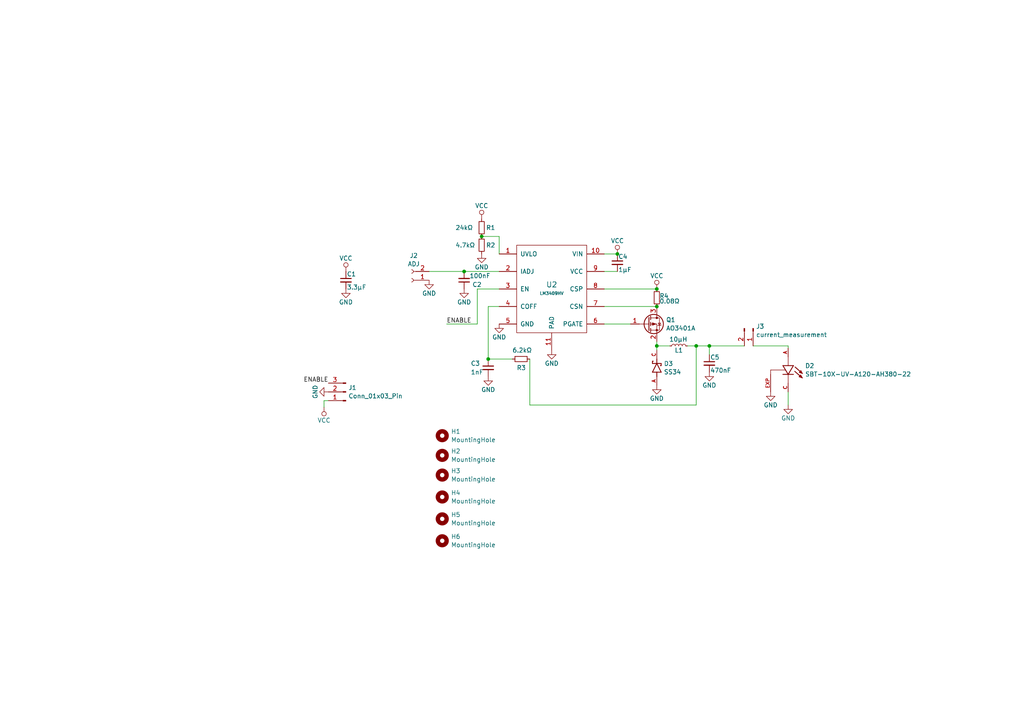
<source format=kicad_sch>
(kicad_sch (version 20230121) (generator eeschema)
  (paper "A4")
  (lib_symbols
    (symbol "Connector:Conn_01x02_Pin" (pin_names (offset 1.016) hide)
      (property "Reference" "J" (at 0 2.54 0))
      (property "Value" "Conn_01x02_Pin" (at 0 -5.08 0))
      (symbol "Conn_01x02_Pin_1_1"
        (polyline (pts (xy 1.27 -2.54) (xy 0.8636 -2.54)) (stroke (width 0.1524)))
        (polyline (pts (xy 1.27 0) (xy 0.8636 0)) (stroke (width 0.1524)))
        (rectangle (start 0.8636 -2.413) (end 0 -2.667) (stroke (width 0.1524)) (fill (type outline)))
        (rectangle (start 0.8636 0.127) (end 0 -0.127) (stroke (width 0.1524)) (fill (type outline)))
        (pin passive line (at 5.08 0 180) (length 3.81) (name "Pin_1") (number "1"))
        (pin passive line (at 5.08 -2.54 180) (length 3.81) (name "Pin_2") (number "2"))
      )
    )
    (symbol "Connector:Conn_01x02_Socket" (pin_names (offset 1.016) hide)
      (property "Reference" "J" (at 0 2.54 0))
      (property "Value" "Conn_01x02_Socket" (at 0 -5.08 0))
      (symbol "Conn_01x02_Socket_1_1"
        (arc (start 0 -2.032) (mid -0.5058 -2.54) (end 0 -3.048) (stroke (width 0.1524)))
        (polyline (pts (xy -1.27 -2.54) (xy -0.508 -2.54)) (stroke (width 0.1524)))
        (polyline (pts (xy -1.27 0) (xy -0.508 0)) (stroke (width 0.1524)))
        (arc (start 0 0.508) (mid -0.5058 0) (end 0 -0.508) (stroke (width 0.1524)))
        (pin passive line (at -5.08 0 0) (length 3.81) (name "Pin_1") (number "1"))
        (pin passive line (at -5.08 -2.54 0) (length 3.81) (name "Pin_2") (number "2"))
      )
    )
    (symbol "Connector:Conn_01x03_Pin" (pin_names (offset 1.016) hide)
      (property "Reference" "J" (at 0 5.08 0))
      (property "Value" "Conn_01x03_Pin" (at 0 -5.08 0))
      (symbol "Conn_01x03_Pin_1_1"
        (polyline (pts (xy 1.27 -2.54) (xy 0.8636 -2.54)) (stroke (width 0.1524)))
        (polyline (pts (xy 1.27 0) (xy 0.8636 0)) (stroke (width 0.1524)))
        (polyline (pts (xy 1.27 2.54) (xy 0.8636 2.54)) (stroke (width 0.1524)))
        (rectangle (start 0.8636 -2.413) (end 0 -2.667) (stroke (width 0.1524)) (fill (type outline)))
        (rectangle (start 0.8636 0.127) (end 0 -0.127) (stroke (width 0.1524)) (fill (type outline)))
        (rectangle (start 0.8636 2.667) (end 0 2.413) (stroke (width 0.1524)) (fill (type outline)))
        (pin passive line (at 5.08 2.54 180) (length 3.81) (name "Pin_1") (number "1"))
        (pin passive line (at 5.08 0 180) (length 3.81) (name "Pin_2") (number "2"))
        (pin passive line (at 5.08 -2.54 180) (length 3.81) (name "Pin_3") (number "3"))
      )
    )
    (symbol "Mechanical:MountingHole" (pin_names (offset 1.016))
      (property "Reference" "H" (at 0 5.08 0))
      (property "Value" "MountingHole" (at 0 3.175 0))
      (symbol "MountingHole_0_1"
        (circle (center 0 0) (radius 1.27) (stroke (width 1.27)))
      )
    )
    (symbol "SBT-10X-UV-A120-AH380-22:SBT-10X-UV-A120-AH380-22" (pin_names (offset 1.016))
      (property "Reference" "D" (at -5.08 5.08 0))
      (property "Value" "SBT-10X-UV-A120-AH380-22" (at -5.08 -7.62 0))
      (symbol "SBT-10X-UV-A120-AH380-22_0_0"
        (polyline (pts (xy -2.54 -1.524) (xy 0 0)) (stroke (width 0.254)))
        (polyline (pts (xy -2.54 0) (xy -5.08 0)) (stroke (width 0.1524)))
        (polyline (pts (xy -2.54 0) (xy -2.54 -1.524)) (stroke (width 0.254)))
        (polyline (pts (xy -2.54 1.524) (xy -2.54 0)) (stroke (width 0.254)))
        (polyline (pts (xy -1.27 -5.08) (xy -1.27 -0.7112)) (stroke (width 0.1524)))
        (polyline (pts (xy -0.3556 4.0386) (xy -2.1336 2.0066)) (stroke (width 0.254)))
        (polyline (pts (xy 0 -5.08) (xy -1.27 -5.08)) (stroke (width 0.1524)))
        (polyline (pts (xy 0 0) (xy -2.54 1.524)) (stroke (width 0.254)))
        (polyline (pts (xy 0 0) (xy 0 -1.524)) (stroke (width 0.254)))
        (polyline (pts (xy 0 1.524) (xy 0 0)) (stroke (width 0.254)))
        (polyline (pts (xy 0.889 3.937) (xy -0.889 1.905)) (stroke (width 0.254)))
        (polyline (pts (xy 2.54 0) (xy 0 0)) (stroke (width 0.1524)))
        (polyline (pts (xy -1.143 3.683) (xy -0.5715 3.175) (xy -0.1905 4.191) (xy -1.143 3.683)) (stroke (width 0.1524)) (fill (type outline)))
        (polyline (pts (xy 0.127 3.6195) (xy 0.6985 3.1115) (xy 1.0795 4.191) (xy 0.127 3.6195)) (stroke (width 0.1524)) (fill (type outline)))
        (pin passive line (at -7.62 0 0) (length 2.54) (name "~") (number "A"))
        (pin passive line (at 5.08 0 180) (length 2.54) (name "~") (number "C"))
        (pin passive line (at 5.08 -5.08 180) (length 5.08) (name "~") (number "EXP"))
      )
    )
    (symbol "SS34:SS34" (pin_names (offset 1.016))
      (property "Reference" "D" (at -5.08 2.54 0))
      (property "Value" "SS34" (at -5.08 -3.81 0))
      (symbol "SS34_0_0"
        (polyline (pts (xy -2.54 0) (xy -1.27 0)) (stroke (width 0.254)))
        (polyline (pts (xy -1.27 -1.27) (xy 1.27 0)) (stroke (width 0.254)))
        (polyline (pts (xy -1.27 0) (xy -1.27 -1.27)) (stroke (width 0.254)))
        (polyline (pts (xy -1.27 1.27) (xy -1.27 0)) (stroke (width 0.254)))
        (polyline (pts (xy 0.635 -1.016) (xy 0.635 -1.27)) (stroke (width 0.254)))
        (polyline (pts (xy 1.27 -1.27) (xy 0.635 -1.27)) (stroke (width 0.254)))
        (polyline (pts (xy 1.27 0) (xy -1.27 1.27)) (stroke (width 0.254)))
        (polyline (pts (xy 1.27 0) (xy 1.27 -1.27)) (stroke (width 0.254)))
        (polyline (pts (xy 1.27 1.27) (xy 1.27 0)) (stroke (width 0.254)))
        (polyline (pts (xy 1.905 1.27) (xy 1.27 1.27)) (stroke (width 0.254)))
        (polyline (pts (xy 1.905 1.27) (xy 1.905 1.016)) (stroke (width 0.254)))
        (polyline (pts (xy 2.54 0) (xy 1.27 0)) (stroke (width 0.254)))
        (pin passive line (at -5.08 0 0) (length 2.54) (name "~") (number "A"))
        (pin passive line (at 5.08 0 180) (length 2.54) (name "~") (number "C"))
      )
    )
    (symbol "Transistor_FET:AO3401A" (pin_names hide)
      (property "Reference" "Q" (at 5.08 1.905 0))
      (property "Value" "AO3401A" (at 5.08 0 0))
      (symbol "AO3401A_0_1"
        (polyline (pts (xy 0.254 0) (xy -2.54 0)))
        (polyline (pts (xy 0.254 1.905) (xy 0.254 -1.905)) (stroke (width 0.254)))
        (polyline (pts (xy 0.762 -1.27) (xy 0.762 -2.286)) (stroke (width 0.254)))
        (polyline (pts (xy 0.762 0.508) (xy 0.762 -0.508)) (stroke (width 0.254)))
        (polyline (pts (xy 0.762 2.286) (xy 0.762 1.27)) (stroke (width 0.254)))
        (polyline (pts (xy 2.54 2.54) (xy 2.54 1.778)))
        (polyline (pts (xy 2.54 -2.54) (xy 2.54 0) (xy 0.762 0)))
        (polyline (pts (xy 0.762 1.778) (xy 3.302 1.778) (xy 3.302 -1.778) (xy 0.762 -1.778)))
        (polyline (pts (xy 2.286 0) (xy 1.27 0.381) (xy 1.27 -0.381) (xy 2.286 0)) (fill (type outline)))
        (polyline (pts (xy 2.794 -0.508) (xy 2.921 -0.381) (xy 3.683 -0.381) (xy 3.81 -0.254)))
        (polyline (pts (xy 3.302 -0.381) (xy 2.921 0.254) (xy 3.683 0.254) (xy 3.302 -0.381)))
        (circle (center 1.651 0) (radius 2.794) (stroke (width 0.254)))
        (circle (center 2.54 -1.778) (radius 0.254) (fill (type outline)))
        (circle (center 2.54 1.778) (radius 0.254) (fill (type outline)))
      )
      (symbol "AO3401A_1_1"
        (pin input line (at -5.08 0 0) (length 2.54) (name "G") (number "1"))
        (pin passive line (at 2.54 -5.08 90) (length 2.54) (name "S") (number "2"))
        (pin passive line (at 2.54 5.08 270) (length 2.54) (name "D") (number "3"))
      )
    )
    (symbol "led-driver-rescue:C_Small-led-driver-rescue" (pin_numbers hide) (pin_names (offset 0.254) hide)
      (property "Reference" "C" (at 0.254 1.778 0))
      (property "Value" "led-driver-rescue_C_Small" (at 0.254 -2.032 0))
      (symbol "C_Small-led-driver-rescue_0_1"
        (polyline (pts (xy -1.524 -0.508) (xy 1.524 -0.508)) (stroke (width 0.3302)))
        (polyline (pts (xy -1.524 0.508) (xy 1.524 0.508)) (stroke (width 0.3048)))
      )
      (symbol "C_Small-led-driver-rescue_1_1"
        (pin passive line (at 0 2.54 270) (length 2.032) (name "~") (number "1"))
        (pin passive line (at 0 -2.54 90) (length 2.032) (name "~") (number "2"))
      )
    )
    (symbol "led-driver-rescue:GND-led-driver-rescue" (power) (pin_names (offset 0))
      (property "Value" "GND-led-driver-rescue" (at 0 -3.81 0))
      (symbol "GND-led-driver-rescue_0_1"
        (polyline (pts (xy 0 0) (xy 0 -1.27) (xy 1.27 -1.27) (xy 0 -2.54) (xy -1.27 -1.27) (xy 0 -1.27)))
      )
      (symbol "GND-led-driver-rescue_1_1"
        (pin power_in line (at 0 0 270) (length 0) hide (name "GND") (number "1"))
      )
    )
    (symbol "led-driver-rescue:LM3409-RESCUE-led-driver-new-led-driver-rescue" (pin_names (offset 1.016))
      (property "Reference" "U" (at 0 1.27 0))
      (property "Value" "led-driver-rescue_LM3409-RESCUE-led-driver-new" (at 0 -1.27 0))
      (symbol "LM3409-RESCUE-led-driver-new-led-driver-rescue_0_1"
        (rectangle (start -10.16 12.7) (end 10.16 -12.7))
      )
      (symbol "LM3409-RESCUE-led-driver-new-led-driver-rescue_1_1"
        (pin input line (at -15.24 10.16 0) (length 5.08) (name "UVLO") (number "1"))
        (pin power_in line (at 15.24 10.16 180) (length 5.08) (name "VIN") (number "10"))
        (pin power_in line (at 0 -17.78 90) (length 5.08) (name "PAD") (number "11"))
        (pin input line (at -15.24 5.08 0) (length 5.08) (name "IADJ") (number "2"))
        (pin input line (at -15.24 0 0) (length 5.08) (name "EN") (number "3"))
        (pin input line (at -15.24 -5.08 0) (length 5.08) (name "COFF") (number "4"))
        (pin power_in line (at -15.24 -10.16 0) (length 5.08) (name "GND") (number "5"))
        (pin output line (at 15.24 -10.16 180) (length 5.08) (name "PGATE") (number "6"))
        (pin input line (at 15.24 -5.08 180) (length 5.08) (name "CSN") (number "7"))
        (pin input line (at 15.24 0 180) (length 5.08) (name "CSP") (number "8"))
        (pin bidirectional line (at 15.24 5.08 180) (length 5.08) (name "VCC") (number "9"))
      )
    )
    (symbol "led-driver-rescue:L_Small-led-driver-rescue" (pin_numbers hide) (pin_names (offset 0.254) hide)
      (property "Reference" "L" (at 0.762 1.016 0))
      (property "Value" "led-driver-rescue_L_Small" (at 0.762 -1.016 0))
      (symbol "L_Small-led-driver-rescue_0_1"
        (arc (start 0 -2.032) (mid 0.5058 -1.524) (end 0 -1.016))
        (arc (start 0 -1.016) (mid 0.5058 -0.508) (end 0 0))
        (arc (start 0 0) (mid 0.5058 0.508) (end 0 1.016))
        (arc (start 0 1.016) (mid 0.5058 1.524) (end 0 2.032))
      )
      (symbol "L_Small-led-driver-rescue_1_1"
        (pin passive line (at 0 2.54 270) (length 0.508) (name "~") (number "1"))
        (pin passive line (at 0 -2.54 90) (length 0.508) (name "~") (number "2"))
      )
    )
    (symbol "led-driver-rescue:R_Small-led-driver-rescue" (pin_numbers hide) (pin_names (offset 0.254) hide)
      (property "Reference" "R" (at 0.762 0.508 0))
      (property "Value" "led-driver-rescue_R_Small" (at 0.762 -1.016 0))
      (symbol "R_Small-led-driver-rescue_0_1"
        (rectangle (start -0.762 1.778) (end 0.762 -1.778) (stroke (width 0.2032)))
      )
      (symbol "R_Small-led-driver-rescue_1_1"
        (pin passive line (at 0 2.54 270) (length 0.762) (name "~") (number "1"))
        (pin passive line (at 0 -2.54 90) (length 0.762) (name "~") (number "2"))
      )
    )
    (symbol "led-driver-rescue:VCC-led-driver-rescue" (power) (pin_names (offset 0))
      (property "Value" "VCC-led-driver-rescue" (at 0 3.81 0))
      (symbol "VCC-led-driver-rescue_0_1"
        (polyline (pts (xy 0 0) (xy 0 1.27)))
        (circle (center 0 1.905) (radius 0.635))
      )
      (symbol "VCC-led-driver-rescue_1_1"
        (pin power_in line (at 0 0 90) (length 0) hide (name "VCC") (number "1"))
      )
    )
  )
  (junction (at 179.07 73.66))
  (junction (at 190.5 100.33))
  (junction (at 139.7 68.58))
  (junction (at 205.74 100.33))
  (junction (at 141.605 104.14))
  (junction (at 190.5 88.9))
  (junction (at 134.62 78.74))
  (junction (at 201.93 100.33))
  (junction (at 190.5 83.82))
  (wire (pts (xy 153.67 104.14) (xy 153.67 117.475)))
  (wire (pts (xy 205.74 102.87) (xy 205.74 100.33)))
  (wire (pts (xy 141.605 88.9) (xy 141.605 104.14)))
  (wire (pts (xy 93.98 116.205) (xy 95.25 116.205)))
  (wire (pts (xy 205.74 100.33) (xy 215.9 100.33)))
  (wire (pts (xy 190.5 100.33) (xy 190.5 101.6)))
  (wire (pts (xy 144.78 88.9) (xy 141.605 88.9)))
  (wire (pts (xy 175.26 78.74) (xy 179.07 78.74)))
  (wire (pts (xy 144.78 83.82) (xy 138.43 83.82)))
  (wire (pts (xy 153.67 117.475) (xy 201.93 117.475)))
  (wire (pts (xy 190.5 99.06) (xy 190.5 100.33)))
  (wire (pts (xy 124.46 78.74) (xy 134.62 78.74)))
  (wire (pts (xy 139.7 68.58) (xy 144.78 68.58)))
  (wire (pts (xy 141.605 104.14) (xy 148.59 104.14)))
  (wire (pts (xy 129.54 93.98) (xy 138.43 93.98)))
  (wire (pts (xy 138.43 83.82) (xy 138.43 93.98)))
  (wire (pts (xy 175.26 83.82) (xy 190.5 83.82)))
  (wire (pts (xy 201.93 117.475) (xy 201.93 100.33)))
  (wire (pts (xy 175.26 73.66) (xy 179.07 73.66)))
  (wire (pts (xy 93.98 118.11) (xy 93.98 116.205)))
  (wire (pts (xy 134.62 78.74) (xy 144.78 78.74)))
  (wire (pts (xy 144.78 68.58) (xy 144.78 73.66)))
  (wire (pts (xy 228.6 100.33) (xy 228.6 100.965)))
  (wire (pts (xy 190.5 100.33) (xy 194.31 100.33)))
  (wire (pts (xy 228.6 117.475) (xy 228.6 113.665)))
  (wire (pts (xy 182.88 93.98) (xy 175.26 93.98)))
  (wire (pts (xy 175.26 88.9) (xy 190.5 88.9)))
  (wire (pts (xy 199.39 100.33) (xy 201.93 100.33)))
  (wire (pts (xy 218.44 100.33) (xy 228.6 100.33)))
  (wire (pts (xy 201.93 100.33) (xy 205.74 100.33)))
  (label "ENABLE" (at 95.25 111.125 180))
  (label "ENABLE" (at 129.54 93.98 0))
  (symbol (lib_id "led-driver-rescue:R_Small-led-driver-rescue") (at 139.7 66.04 0) (unit 1)
    (property "Reference" "R1" (at 140.97 66.04 0) (effects (justify left)))
    (property "Value" "24kΩ" (at 132.08 66.04 0) (effects (justify left)))
    (property "Footprint" "Resistor_SMD:R_0805_2012Metric_Pad1.20x1.40mm_HandSolder" (effects hide))
  )
  (symbol (lib_id "led-driver-rescue:VCC-led-driver-rescue") (at 190.5 83.82 0) (unit 1)
    (property "Reference" "#PWR013" (effects hide))
    (property "Value" "VCC" (at 190.5 80.01 0))
  )
  (symbol (lib_id "led-driver-rescue:R_Small-led-driver-rescue") (at 190.5 86.36 0) (unit 1)
    (property "Reference" "R4" (at 191.262 85.852 0) (effects (justify left)))
    (property "Value" "0.08Ω" (at 191.262 87.376 0) (effects (justify left)))
    (property "Footprint" "Resistor_SMD:R_0805_2012Metric_Pad1.20x1.40mm_HandSolder" (effects hide))
  )
  (symbol (lib_id "SBT-10X-UV-A120-AH380-22:SBT-10X-UV-A120-AH380-22") (at 228.6 108.585 270) (unit 1)
    (property "Reference" "D2" (at 233.5022 106.1029 90) (effects (justify left)))
    (property "Value" "SBT-10X-UV-A120-AH380-22" (at 233.5022 108.5271 90) (effects (justify left)))
    (property "Footprint" "custom_lib:LED_SBT-10X-UV-A120-AH380-22" (effects hide))
    (property "MF" "Luminus Devices" (effects hide))
    (property "MAXIMUM_PACKAGE_HEIGHT" "1.87mm" (effects hide))
    (property "Package" "None" (effects hide))
    (property "Price" "None" (effects hide))
    (property "Check_prices" "https://www.snapeda.com/parts/SBT-10X-UV-A120-AH380-22/Luminus+Devices/view-part/?ref=eda" (effects hide))
    (property "STANDARD" "Manufacturer Recommendations" (effects hide))
    (property "PARTREV" "01" (effects hide))
    (property "SnapEDA_Link" "https://www.snapeda.com/parts/SBT-10X-UV-A120-AH380-22/Luminus+Devices/view-part/?ref=snap" (effects hide))
    (property "MP" "SBT-10X-UV-A120-AH380-22" (effects hide))
    (property "Description" "\n                        \n                            Ultraviolet (UV) Emitter 385nm, 1.3 W, 3.1V 1.0 A, 120°, 3.5mm x 3.5mm\n                        \n" (effects hide))
    (property "Availability" "In Stock" (effects hide))
    (property "MANUFACTURER" "Luminus Devices" (effects hide))
  )
  (symbol (lib_id "led-driver-rescue:C_Small-led-driver-rescue") (at 141.605 106.68 0) (unit 1)
    (property "Reference" "C3" (at 136.525 105.41 0) (effects (justify left)))
    (property "Value" "1nF" (at 136.525 107.95 0) (effects (justify left)))
    (property "Footprint" "Capacitor_SMD:C_0603_1608Metric_Pad1.08x0.95mm_HandSolder" (effects hide))
  )
  (symbol (lib_id "led-driver-rescue:L_Small-led-driver-rescue") (at 196.85 100.33 90) (unit 1)
    (property "Reference" "L1" (at 198.12 101.6 90) (effects (justify left)))
    (property "Value" "10µH" (at 199.39 98.425 90) (effects (justify left)))
    (property "Footprint" "Inductor_SMD:L_7.3x7.3_H3.5" (effects hide))
  )
  (symbol (lib_id "led-driver-rescue:GND-led-driver-rescue") (at 95.25 113.665 270) (unit 1)
    (property "Reference" "#PWR04" (effects hide))
    (property "Value" "GND" (at 91.44 113.665 0))
  )
  (symbol (lib_id "led-driver-rescue:GND-led-driver-rescue") (at 144.78 93.98 0) (unit 1)
    (property "Reference" "#PWR010" (effects hide))
    (property "Value" "GND" (at 144.78 97.79 0))
  )
  (symbol (lib_id "led-driver-rescue:LM3409-RESCUE-led-driver-new-led-driver-rescue") (at 160.02 83.82 0) (unit 1)
    (property "Reference" "U2" (at 160.02 82.55 0) (effects (font (size 1.524 1.524))))
    (property "Value" "LM3409HV" (at 160.02 85.09 0) (effects (font (size 0.889 0.889))))
    (property "Footprint" "custom_lib:IC_XTR111AIDGQR" (effects hide))
  )
  (symbol (lib_id "Connector:Conn_01x02_Pin") (at 218.44 95.25 270) (unit 1)
    (property "Reference" "J3" (at 219.2782 94.6729 90) (effects (justify left)))
    (property "Value" "current_measurement" (at 219.2782 97.0971 90) (effects (justify left)))
    (property "Footprint" "Connector_PinHeader_2.54mm:PinHeader_1x02_P2.54mm_Vertical" (effects hide))
  )
  (symbol (lib_id "Mechanical:MountingHole") (at 128.27 150.495 0) (unit 1)
    (property "Reference" "H5" (at 130.81 149.2829 0) (effects (justify left)))
    (property "Value" "MountingHole" (at 130.81 151.7071 0) (effects (justify left)))
    (property "Footprint" "MountingHole:MountingHole_2.2mm_M2" (effects hide))
  )
  (symbol (lib_id "led-driver-rescue:GND-led-driver-rescue") (at 124.46 81.28 0) (unit 1)
    (property "Reference" "#PWR03" (effects hide))
    (property "Value" "GND" (at 124.46 85.09 0))
  )
  (symbol (lib_id "Transistor_FET:AO3401A") (at 187.96 93.98 0) (unit 1)
    (property "Reference" "Q1" (at 193.167 92.7679 0) (effects (justify left)))
    (property "Value" "AO3401A" (at 193.167 95.1921 0) (effects (justify left)))
    (property "Footprint" "Package_TO_SOT_SMD:SOT-23" (effects hide))
    (property "Datasheet" "http://www.aosmd.com/pdfs/datasheet/AO3401A.pdf" (effects hide))
  )
  (symbol (lib_id "led-driver-rescue:VCC-led-driver-rescue") (at 100.33 78.74 0) (unit 1)
    (property "Reference" "#PWR01" (effects hide))
    (property "Value" "VCC" (at 100.33 74.93 0))
  )
  (symbol (lib_id "led-driver-rescue:GND-led-driver-rescue") (at 160.02 101.6 0) (unit 1)
    (property "Reference" "#PWR011" (effects hide))
    (property "Value" "GND" (at 160.02 105.41 0))
  )
  (symbol (lib_id "led-driver-rescue:VCC-led-driver-rescue") (at 93.98 118.11 180) (unit 1)
    (property "Reference" "#PWR05" (effects hide))
    (property "Value" "VCC" (at 93.98 121.92 0))
  )
  (symbol (lib_id "led-driver-rescue:GND-led-driver-rescue") (at 141.605 109.22 0) (unit 1)
    (property "Reference" "#PWR09" (effects hide))
    (property "Value" "GND" (at 141.605 113.03 0))
  )
  (symbol (lib_id "led-driver-rescue:GND-led-driver-rescue") (at 228.6 117.475 0) (unit 1)
    (property "Reference" "#PWR016" (effects hide))
    (property "Value" "GND" (at 228.6 121.285 0))
  )
  (symbol (lib_id "SS34:SS34") (at 190.5 106.68 90) (unit 1)
    (property "Reference" "D3" (at 192.532 105.4679 90) (effects (justify right)))
    (property "Value" "SS34" (at 192.532 107.8921 90) (effects (justify right)))
    (property "Footprint" "custom_lib:DIO_SS34" (effects hide))
    (property "MF" "Taiwan Semiconductor" (effects hide))
    (property "MAXIMUM_PACKAGE_HEIGHT" "2.65mm" (effects hide))
    (property "Package" "DO-214AB-2 Taiwan Semiconductor" (effects hide))
    (property "Price" "None" (effects hide))
    (property "Check_prices" "https://www.snapeda.com/parts/SS34/taiwan/view-part/?ref=eda" (effects hide))
    (property "STANDARD" "Manufacturer Recommendations" (effects hide))
    (property "PARTREV" "S2311" (effects hide))
    (property "SnapEDA_Link" "https://www.snapeda.com/parts/SS34/taiwan/view-part/?ref=snap" (effects hide))
    (property "MP" "SS34" (effects hide))
    (property "Description" "\n                        \n                            3A, 40V, Schottky Rectifier\n                        \n" (effects hide))
    (property "Availability" "In Stock" (effects hide))
    (property "MANUFACTURER" "Taiwan Semiconductor" (effects hide))
  )
  (symbol (lib_id "led-driver-rescue:GND-led-driver-rescue") (at 223.52 113.665 0) (unit 1)
    (property "Reference" "#PWR017" (effects hide))
    (property "Value" "GND" (at 223.52 117.475 0))
  )
  (symbol (lib_id "Mechanical:MountingHole") (at 128.27 156.845 0) (unit 1)
    (property "Reference" "H6" (at 130.81 155.6329 0) (effects (justify left)))
    (property "Value" "MountingHole" (at 130.81 158.0571 0) (effects (justify left)))
    (property "Footprint" "MountingHole:MountingHole_2.2mm_M2" (effects hide))
  )
  (symbol (lib_id "led-driver-rescue:GND-led-driver-rescue") (at 190.5 111.76 0) (unit 1)
    (property "Reference" "#PWR014" (effects hide))
    (property "Value" "GND" (at 190.5 115.57 0))
  )
  (symbol (lib_id "Connector:Conn_01x03_Pin") (at 100.33 113.665 180) (unit 1)
    (property "Reference" "J1" (at 101.0412 112.4529 0) (effects (justify right)))
    (property "Value" "Conn_01x03_Pin" (at 101.0412 114.8771 0) (effects (justify right)))
    (property "Footprint" "Connector_PinSocket_2.54mm:PinSocket_1x03_P2.54mm_Vertical" (effects hide))
  )
  (symbol (lib_id "Mechanical:MountingHole") (at 128.27 144.145 0) (unit 1)
    (property "Reference" "H4" (at 130.81 142.9329 0) (effects (justify left)))
    (property "Value" "MountingHole" (at 130.81 145.3571 0) (effects (justify left)))
    (property "Footprint" "MountingHole:MountingHole_2.2mm_M2" (effects hide))
  )
  (symbol (lib_id "led-driver-rescue:R_Small-led-driver-rescue") (at 151.13 104.14 270) (unit 1)
    (property "Reference" "R3" (at 149.86 106.68 90) (effects (justify left)))
    (property "Value" "6.2kΩ" (at 148.59 101.6 90) (effects (justify left)))
    (property "Footprint" "Resistor_SMD:R_0805_2012Metric_Pad1.20x1.40mm_HandSolder" (effects hide))
  )
  (symbol (lib_id "led-driver-rescue:VCC-led-driver-rescue") (at 179.07 73.66 0) (unit 1)
    (property "Reference" "#PWR012" (effects hide))
    (property "Value" "VCC" (at 179.07 69.85 0))
  )
  (symbol (lib_id "led-driver-rescue:C_Small-led-driver-rescue") (at 205.74 105.41 0) (unit 1)
    (property "Reference" "C5" (at 205.994 103.632 0) (effects (justify left)))
    (property "Value" "470nF" (at 205.994 107.442 0) (effects (justify left)))
    (property "Footprint" "Capacitor_SMD:C_1812_4532Metric_Pad1.57x3.40mm_HandSolder" (effects hide))
  )
  (symbol (lib_id "led-driver-rescue:VCC-led-driver-rescue") (at 139.7 63.5 0) (unit 1)
    (property "Reference" "#PWR07" (effects hide))
    (property "Value" "VCC" (at 139.7 59.69 0))
  )
  (symbol (lib_id "Mechanical:MountingHole") (at 128.27 132.08 0) (unit 1)
    (property "Reference" "H2" (at 130.81 130.8679 0) (effects (justify left)))
    (property "Value" "MountingHole" (at 130.81 133.2921 0) (effects (justify left)))
    (property "Footprint" "MountingHole:MountingHole_2.2mm_M2" (effects hide))
  )
  (symbol (lib_id "led-driver-rescue:GND-led-driver-rescue") (at 205.74 107.95 0) (unit 1)
    (property "Reference" "#PWR015" (effects hide))
    (property "Value" "GND" (at 205.74 111.76 0))
  )
  (symbol (lib_id "led-driver-rescue:GND-led-driver-rescue") (at 100.33 83.82 0) (unit 1)
    (property "Reference" "#PWR02" (effects hide))
    (property "Value" "GND" (at 100.33 87.63 0))
  )
  (symbol (lib_id "Mechanical:MountingHole") (at 128.27 137.795 0) (unit 1)
    (property "Reference" "H3" (at 130.81 136.5829 0) (effects (justify left)))
    (property "Value" "MountingHole" (at 130.81 139.0071 0) (effects (justify left)))
    (property "Footprint" "MountingHole:MountingHole_2.2mm_M2" (effects hide))
  )
  (symbol (lib_id "led-driver-rescue:GND-led-driver-rescue") (at 139.7 73.66 0) (unit 1)
    (property "Reference" "#PWR08" (effects hide))
    (property "Value" "GND" (at 139.7 77.47 0))
  )
  (symbol (lib_id "led-driver-rescue:R_Small-led-driver-rescue") (at 139.7 71.12 0) (unit 1)
    (property "Reference" "R2" (at 140.97 71.12 0) (effects (justify left)))
    (property "Value" "4.7kΩ" (at 132.08 71.12 0) (effects (justify left)))
    (property "Footprint" "Resistor_SMD:R_0805_2012Metric_Pad1.20x1.40mm_HandSolder" (effects hide))
  )
  (symbol (lib_id "Connector:Conn_01x02_Socket") (at 119.38 81.28 180) (unit 1)
    (property "Reference" "J2" (at 120.015 74.1385 0))
    (property "Value" "ADJ" (at 120.015 76.5627 0))
    (property "Footprint" "Connector_PinSocket_2.54mm:PinSocket_1x02_P2.54mm_Vertical" (effects hide))
  )
  (symbol (lib_id "led-driver-rescue:GND-led-driver-rescue") (at 134.62 83.82 0) (unit 1)
    (property "Reference" "#PWR06" (effects hide))
    (property "Value" "GND" (at 134.62 87.63 0))
  )
  (symbol (lib_id "led-driver-rescue:C_Small-led-driver-rescue") (at 134.62 81.28 180) (unit 1)
    (property "Reference" "C2" (at 139.7 82.55 0) (effects (justify left)))
    (property "Value" "100nF" (at 142.24 80.01 0) (effects (justify left)))
    (property "Footprint" "Capacitor_SMD:C_0603_1608Metric_Pad1.08x0.95mm_HandSolder" (effects hide))
  )
  (symbol (lib_id "led-driver-rescue:C_Small-led-driver-rescue") (at 100.33 81.28 0) (unit 1)
    (property "Reference" "C1" (at 100.584 79.502 0) (effects (justify left)))
    (property "Value" "3.3µF" (at 100.584 83.312 0) (effects (justify left)))
    (property "Footprint" "Capacitor_SMD:C_Elec_5x5.4" (effects hide))
  )
  (symbol (lib_id "led-driver-rescue:C_Small-led-driver-rescue") (at 179.07 76.2 0) (unit 1)
    (property "Reference" "C4" (at 179.324 74.422 0) (effects (justify left)))
    (property "Value" "1µF" (at 179.324 78.232 0) (effects (justify left)))
    (property "Footprint" "Capacitor_SMD:C_0603_1608Metric_Pad1.08x0.95mm_HandSolder" (effects hide))
  )
  (symbol (lib_id "Mechanical:MountingHole") (at 128.27 126.365 0) (unit 1)
    (property "Reference" "H1" (at 130.81 125.1529 0) (effects (justify left)))
    (property "Value" "MountingHole" (at 130.81 127.5771 0) (effects (justify left)))
    (property "Footprint" "MountingHole:MountingHole_2.2mm_M2" (effects hide))
  )
)
</source>
